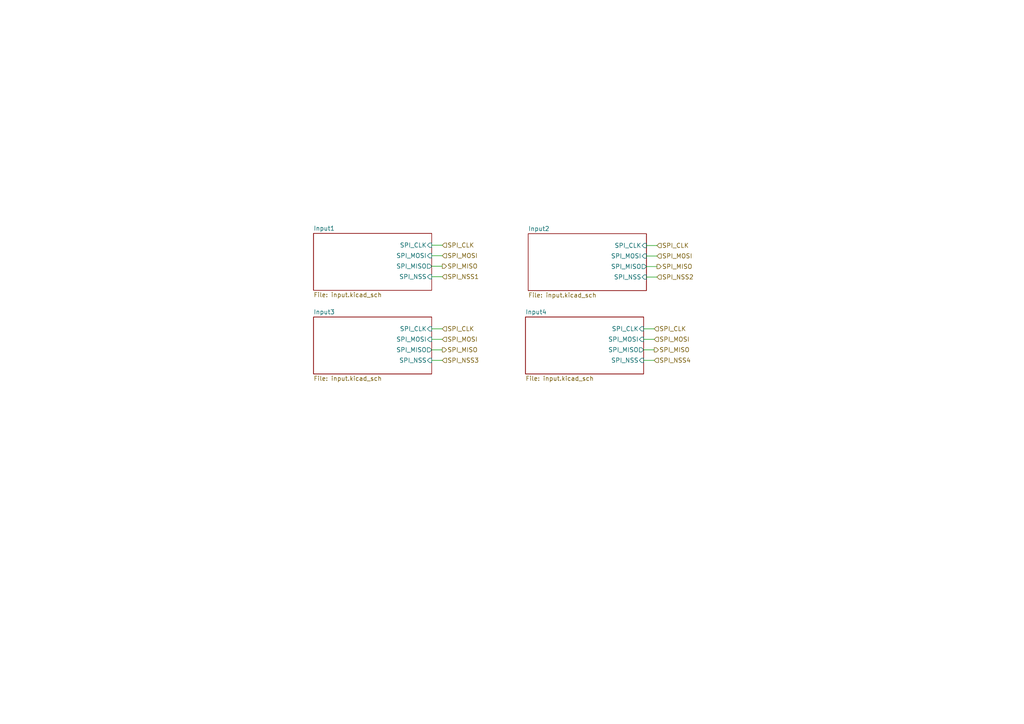
<source format=kicad_sch>
(kicad_sch (version 20211123) (generator eeschema)
  (paper "A4")
  (lib_symbols)
  (wire (pts (xy 125.222 71.12) (xy 128.27 71.12)))
  (wire (pts (xy 125.222 98.425) (xy 128.27 98.425)))
  (wire (pts (xy 125.222 104.521) (xy 128.27 104.521)))
  (wire (pts (xy 125.222 80.264) (xy 128.27 80.264)))
  (wire (pts (xy 125.222 74.168) (xy 128.27 74.168)))
  (wire (pts (xy 187.4929 80.3592) (xy 190.5409 80.3592)))
  (wire (pts (xy 187.4929 77.3112) (xy 190.5409 77.3112)))
  (wire (pts (xy 186.6924 95.3722) (xy 189.7404 95.3722)))
  (wire (pts (xy 187.4929 71.2152) (xy 190.5409 71.2152)))
  (wire (pts (xy 125.222 95.377) (xy 128.27 95.377)))
  (wire (pts (xy 125.222 77.216) (xy 128.27 77.216)))
  (wire (pts (xy 125.222 101.473) (xy 128.27 101.473)))
  (wire (pts (xy 186.6924 104.5162) (xy 189.7404 104.5162)))
  (wire (pts (xy 187.4929 74.2632) (xy 190.5409 74.2632)))
  (wire (pts (xy 186.6924 98.4202) (xy 189.7404 98.4202)))
  (wire (pts (xy 186.6924 101.4682) (xy 189.7404 101.4682)))
  (hierarchical_label "SPI_MISO" (shape output) (at 189.7404 101.4682 0))
  (hierarchical_label "SPI_NSS1" (shape input) (at 128.27 80.264 0))
  (hierarchical_label "SPI_MOSI" (shape input) (at 128.27 74.168 0))
  (hierarchical_label "SPI_CLK" (shape input) (at 128.27 95.377 0))
  (hierarchical_label "SPI_NSS3" (shape input) (at 128.27 104.521 0))
  (hierarchical_label "SPI_CLK" (shape input) (at 189.7404 95.3722 0))
  (hierarchical_label "SPI_MISO" (shape output) (at 128.27 77.216 0))
  (hierarchical_label "SPI_NSS2" (shape input) (at 190.5409 80.3592 0))
  (hierarchical_label "SPI_MISO" (shape output) (at 190.5409 77.3112 0))
  (hierarchical_label "SPI_CLK" (shape input) (at 190.5409 71.2152 0))
  (hierarchical_label "SPI_MOSI" (shape input) (at 128.27 98.425 0))
  (hierarchical_label "SPI_CLK" (shape input) (at 128.27 71.12 0))
  (hierarchical_label "SPI_MISO" (shape output) (at 128.27 101.473 0))
  (hierarchical_label "SPI_NSS4" (shape input) (at 189.7404 104.5162 0))
  (hierarchical_label "SPI_MOSI" (shape input) (at 190.5409 74.2632 0))
  (hierarchical_label "SPI_MOSI" (shape input) (at 189.7404 98.4202 0))
  (sheet (at 153.2029 67.7862) (size 34.29 16.51) (stroke (width 0.1524))
    (property "Sheet name" "Input2" (at 153.2029 67.0746 0) (effects (justify left bottom)))
    (property "Sheet file" "input.kicad_sch" (at 153.2029 84.8808 0) (effects (justify left top)))
    (pin "SPI_CLK" input (at 187.4929 71.2152 0))
    (pin "SPI_MOSI" input (at 187.4929 74.2632 0))
    (pin "SPI_MISO" output (at 187.4929 77.3112 0))
    (pin "SPI_NSS" input (at 187.4929 80.3592 0))
  )
  (sheet (at 90.932 67.691) (size 34.29 16.51) (stroke (width 0.1524))
    (property "Sheet name" "Input1" (at 90.932 66.9794 0) (effects (justify left bottom)))
    (property "Sheet file" "input.kicad_sch" (at 90.932 84.7856 0) (effects (justify left top)))
    (pin "SPI_CLK" input (at 125.222 71.12 0))
    (pin "SPI_MOSI" input (at 125.222 74.168 0))
    (pin "SPI_MISO" output (at 125.222 77.216 0))
    (pin "SPI_NSS" input (at 125.222 80.264 0))
  )
  (sheet (at 152.4024 91.9432) (size 34.29 16.51) (stroke (width 0.1524))
    (property "Sheet name" "Input4" (at 152.4024 91.2316 0) (effects (justify left bottom)))
    (property "Sheet file" "input.kicad_sch" (at 152.4024 109.0378 0) (effects (justify left top)))
    (pin "SPI_CLK" input (at 186.6924 95.3722 0))
    (pin "SPI_MOSI" input (at 186.6924 98.4202 0))
    (pin "SPI_MISO" output (at 186.6924 101.4682 0))
    (pin "SPI_NSS" input (at 186.6924 104.5162 0))
  )
  (sheet (at 90.932 91.948) (size 34.29 16.51) (stroke (width 0.1524))
    (property "Sheet name" "Input3" (at 90.932 91.2364 0) (effects (justify left bottom)))
    (property "Sheet file" "input.kicad_sch" (at 90.932 109.0426 0) (effects (justify left top)))
    (pin "SPI_CLK" input (at 125.222 95.377 0))
    (pin "SPI_MOSI" input (at 125.222 98.425 0))
    (pin "SPI_MISO" output (at 125.222 101.473 0))
    (pin "SPI_NSS" input (at 125.222 104.521 0))
  )
)
</source>
